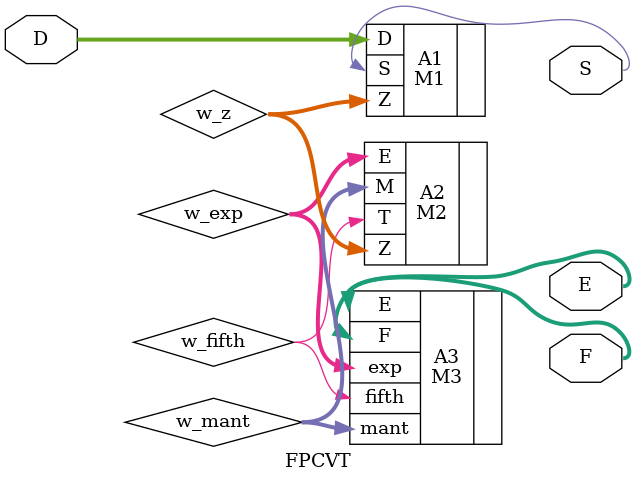
<source format=v>
`timescale 1ns / 1ps
module FPCVT(
	D,  // Two's complement representation D0(LSB) D11(MSB)
	S,   // Sign bit of floating point representation
	E,  // 3-bit exponent
	F  // 4-bit mantissa
);

input [11:0] D;

output       S;
output [2:0] E;
output [3:0] F;

// M1 -- converts 2's complemented to signed magnitude
// M2 -- counts leading zeroes
// M3 -- rounding

wire [11:0] w_z; 	// connects M1 to M2
wire [2:0] w_exp; 	// connects M2 to M3
wire [3:0] w_mant; 	// connects M2 to M3
wire w_fifth;		// connects M2 to M3

M1 A1(.D(D), .S(S), .Z(w_z));
M2 A2(.Z(w_z), .E(w_exp), .M(w_mant), .T(w_fifth));
M3 A3(.exp(w_exp), .mant(w_mant), .fifth(w_fifth), .E(E), .F(F));

endmodule

</source>
